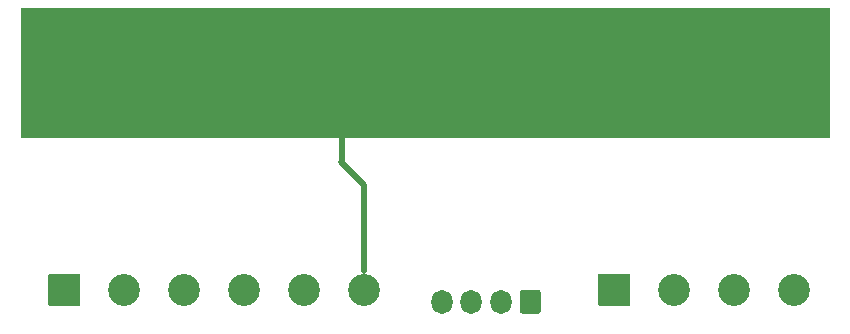
<source format=gbr>
%TF.GenerationSoftware,KiCad,Pcbnew,5.99.0-unknown-r18419-5b078893*%
%TF.CreationDate,2020-05-18T11:47:01+06:00*%
%TF.ProjectId,Flatpack,466c6174-7061-4636-9b2e-6b696361645f,rev?*%
%TF.SameCoordinates,Original*%
%TF.FileFunction,Soldermask,Top*%
%TF.FilePolarity,Negative*%
%FSLAX46Y46*%
G04 Gerber Fmt 4.6, Leading zero omitted, Abs format (unit mm)*
G04 Created by KiCad (PCBNEW 5.99.0-unknown-r18419-5b078893) date 2020-05-18 11:47:01*
%MOMM*%
%LPD*%
G01*
G04 APERTURE LIST*
%ADD10C,0.500000*%
%ADD11C,0.100000*%
%ADD12O,1.800000X2.050000*%
%ADD13C,2.700000*%
G04 APERTURE END LIST*
D10*
X127482600Y-93144340D02*
X127480060Y-90893900D01*
X129385060Y-95150940D02*
X127434340Y-93192600D01*
X129377440Y-102428040D02*
X129405380Y-95150940D01*
D11*
G36*
X168711880Y-80137000D02*
G01*
X168757600Y-91033600D01*
X100319840Y-91018360D01*
X100314760Y-80126840D01*
X168711880Y-80137000D01*
G37*
X168711880Y-80137000D02*
X168757600Y-91033600D01*
X100319840Y-91018360D01*
X100314760Y-80126840D01*
X168711880Y-80137000D01*
D12*
%TO.C,J1*%
X135950000Y-105000000D03*
X138450000Y-105000000D03*
X140950000Y-105000000D03*
G36*
G01*
X144350000Y-104239705D02*
X144350000Y-105760295D01*
G75*
G02*
X144085295Y-106025000I-264705J0D01*
G01*
X142814705Y-106025000D01*
G75*
G02*
X142550000Y-105760295I0J264705D01*
G01*
X142550000Y-104239705D01*
G75*
G02*
X142814705Y-103975000I264705J0D01*
G01*
X144085295Y-103975000D01*
G75*
G02*
X144350000Y-104239705I0J-264705D01*
G01*
G37*
%TD*%
D13*
%TO.C,J3*%
X165810000Y-103980000D03*
X160730000Y-103980000D03*
X155650000Y-103980000D03*
G36*
G01*
X149220000Y-105280000D02*
X149220000Y-102680000D01*
G75*
G02*
X149270000Y-102630000I50000J0D01*
G01*
X151870000Y-102630000D01*
G75*
G02*
X151920000Y-102680000I0J-50000D01*
G01*
X151920000Y-105280000D01*
G75*
G02*
X151870000Y-105330000I-50000J0D01*
G01*
X149270000Y-105330000D01*
G75*
G02*
X149220000Y-105280000I0J50000D01*
G01*
G37*
%TD*%
%TO.C,J2*%
X129400000Y-104000000D03*
X124320000Y-104000000D03*
X119240000Y-104000000D03*
X114160000Y-104000000D03*
X109080000Y-104000000D03*
G36*
G01*
X102650000Y-105300000D02*
X102650000Y-102700000D01*
G75*
G02*
X102700000Y-102650000I50000J0D01*
G01*
X105300000Y-102650000D01*
G75*
G02*
X105350000Y-102700000I0J-50000D01*
G01*
X105350000Y-105300000D01*
G75*
G02*
X105300000Y-105350000I-50000J0D01*
G01*
X102700000Y-105350000D01*
G75*
G02*
X102650000Y-105300000I0J50000D01*
G01*
G37*
%TD*%
M02*

</source>
